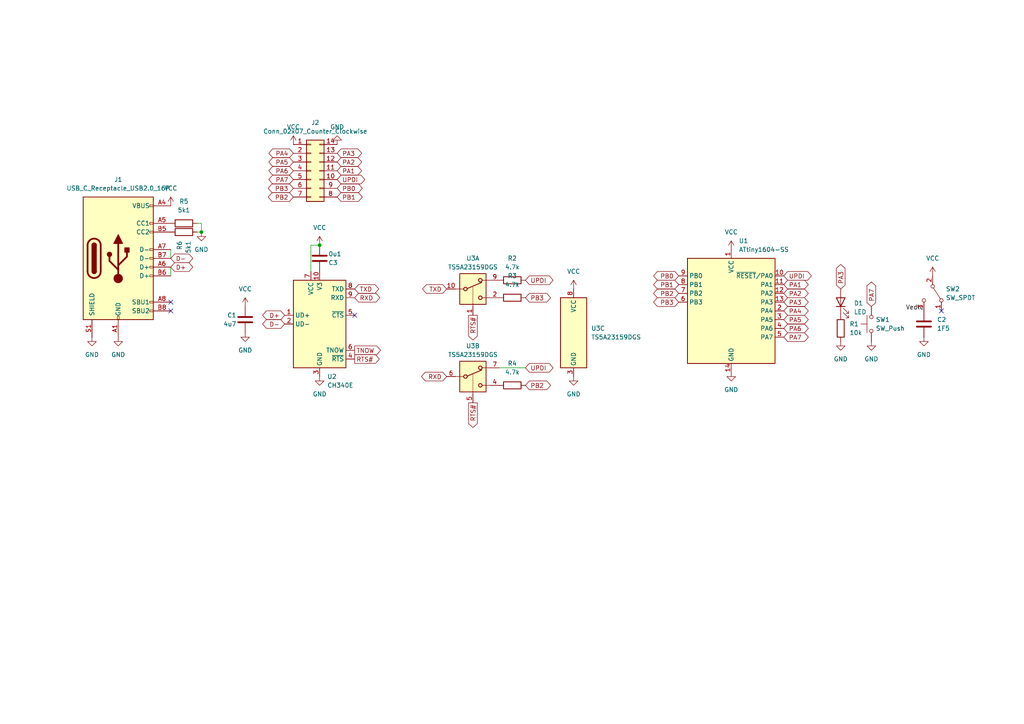
<source format=kicad_sch>
(kicad_sch (version 20231120) (generator "eeschema") (generator_version "8.0")
  (paper "A4")
  (lib_symbols
    (symbol "Analog_Switch:TS5A23159DGS"
      (property "Reference" "U" (at -5.08 8.89 0))
      (property "Value" "TS5A23159DGS" (at -5.08 6.985 0))
      (symbol "TS5A23159DGS_1_1"
        (rectangle (start -3.81 4.445) (end 3.81 -4.445) (stroke (width 0.254)) (fill (type background)))
        (circle (center -2.159 0) (radius 0.508) (stroke (width 0.254)))
        (polyline (pts (xy -5.08 0) (xy -2.794 0)))
        (polyline (pts (xy -1.651 0.127) (xy 2.54 1.905)) (stroke (width 0.254)))
        (polyline (pts (xy 0 -5.08) (xy 0 -4.572)))
        (polyline (pts (xy 0 -4.318) (xy 0 -4.064)))
        (polyline (pts (xy 0 -3.81) (xy 0 -3.556)))
        (polyline (pts (xy 0 -3.302) (xy 0 -3.048)))
        (polyline (pts (xy 0 -2.794) (xy 0 -2.54)))
        (polyline (pts (xy 0 -2.286) (xy 0 -2.032)))
        (polyline (pts (xy 0 -1.778) (xy 0 -1.524)))
        (polyline (pts (xy 0 -1.27) (xy 0 -1.016)))
        (polyline (pts (xy 0 -0.762) (xy 0 -0.508)))
        (polyline (pts (xy 0 -0.254) (xy 0 0)))
        (polyline (pts (xy 0 0.254) (xy 0 0.508)))
        (polyline (pts (xy 5.08 -2.54) (xy 2.794 -2.54)))
        (polyline (pts (xy 5.08 2.54) (xy 2.794 2.54)))
        (circle (center 2.159 -2.54) (radius 0.508) (stroke (width 0.254)))
        (circle (center 2.159 2.54) (radius 0.508) (stroke (width 0.254)))
        (pin input line (at 0 -7.62 90) (length 2.54) (name "~") (number "1"))
        (pin passive line (at -7.62 0 0) (length 2.54) (name "~") (number "10"))
        (pin passive line (at 7.62 -2.54 180) (length 2.54) (name "~") (number "2"))
        (pin passive line (at 7.62 2.54 180) (length 2.54) (name "~") (number "9"))
      )
      (symbol "TS5A23159DGS_2_1"
        (rectangle (start -3.81 4.445) (end 3.81 -4.445) (stroke (width 0.254)) (fill (type background)))
        (circle (center -2.159 0) (radius 0.508) (stroke (width 0.254)))
        (polyline (pts (xy -5.08 0) (xy -2.794 0)))
        (polyline (pts (xy -1.651 0.127) (xy 2.54 1.905)) (stroke (width 0.254)))
        (polyline (pts (xy 0 -5.08) (xy 0 -4.572)))
        (polyline (pts (xy 0 -4.318) (xy 0 -4.064)))
        (polyline (pts (xy 0 -3.81) (xy 0 -3.556)))
        (polyline (pts (xy 0 -3.302) (xy 0 -3.048)))
        (polyline (pts (xy 0 -2.794) (xy 0 -2.54)))
        (polyline (pts (xy 0 -2.286) (xy 0 -2.032)))
        (polyline (pts (xy 0 -1.778) (xy 0 -1.524)))
        (polyline (pts (xy 0 -1.27) (xy 0 -1.016)))
        (polyline (pts (xy 0 -0.762) (xy 0 -0.508)))
        (polyline (pts (xy 0 -0.254) (xy 0 0)))
        (polyline (pts (xy 0 0.254) (xy 0 0.508)))
        (polyline (pts (xy 5.08 -2.54) (xy 2.794 -2.54)))
        (polyline (pts (xy 5.08 2.54) (xy 2.794 2.54)))
        (circle (center 2.159 -2.54) (radius 0.508) (stroke (width 0.254)))
        (circle (center 2.159 2.54) (radius 0.508) (stroke (width 0.254)))
        (pin passive line (at 7.62 -2.54 180) (length 2.54) (name "~") (number "4"))
        (pin input line (at 0 -7.62 90) (length 2.54) (name "~") (number "5"))
        (pin passive line (at -7.62 0 0) (length 2.54) (name "~") (number "6"))
        (pin passive line (at 7.62 2.54 180) (length 2.54) (name "~") (number "7"))
      )
      (symbol "TS5A23159DGS_3_1"
        (rectangle (start -3.81 10.16) (end 3.81 -10.16) (stroke (width 0.254)) (fill (type background)))
        (pin power_in line (at 0 -12.7 90) (length 2.54) (name "GND") (number "3"))
        (pin power_in line (at 0 12.7 270) (length 2.54) (name "VCC") (number "8"))
      )
    )
    (symbol "Connector:USB_C_Receptacle_USB2.0_16P" (pin_names (offset 1.016))
      (property "Reference" "J" (at 0 22.225 0))
      (property "Value" "USB_C_Receptacle_USB2.0_16P" (at 0 19.685 0))
      (symbol "USB_C_Receptacle_USB2.0_16P_0_0"
        (rectangle (start -0.254 -17.78) (end 0.254 -16.764))
        (rectangle (start 10.16 -14.986) (end 9.144 -15.494))
        (rectangle (start 10.16 -12.446) (end 9.144 -12.954))
        (rectangle (start 10.16 -4.826) (end 9.144 -5.334))
        (rectangle (start 10.16 -2.286) (end 9.144 -2.794))
        (rectangle (start 10.16 0.254) (end 9.144 -0.254))
        (rectangle (start 10.16 2.794) (end 9.144 2.286))
        (rectangle (start 10.16 7.874) (end 9.144 7.366))
        (rectangle (start 10.16 10.414) (end 9.144 9.906))
        (rectangle (start 10.16 15.494) (end 9.144 14.986))
      )
      (symbol "USB_C_Receptacle_USB2.0_16P_0_1"
        (rectangle (start -10.16 17.78) (end 10.16 -17.78) (stroke (width 0.254)) (fill (type background)))
        (arc (start -8.89 -3.81) (mid -6.985 -5.7067) (end -5.08 -3.81) (stroke (width 0.508)))
        (arc (start -7.62 -3.81) (mid -6.985 -4.4423) (end -6.35 -3.81) (stroke (width 0.254)))
        (arc (start -7.62 -3.81) (mid -6.985 -4.4423) (end -6.35 -3.81) (stroke (width 0.254)) (fill (type outline)))
        (rectangle (start -7.62 -3.81) (end -6.35 3.81) (stroke (width 0.254)) (fill (type outline)))
        (arc (start -6.35 3.81) (mid -6.985 4.4423) (end -7.62 3.81) (stroke (width 0.254)))
        (arc (start -6.35 3.81) (mid -6.985 4.4423) (end -7.62 3.81) (stroke (width 0.254)) (fill (type outline)))
        (arc (start -5.08 3.81) (mid -6.985 5.7067) (end -8.89 3.81) (stroke (width 0.508)))
        (circle (center -2.54 1.143) (radius 0.635) (stroke (width 0.254)) (fill (type outline)))
        (circle (center 0 -5.842) (radius 1.27) (fill (type outline)))
        (polyline (pts (xy -8.89 -3.81) (xy -8.89 3.81)) (stroke (width 0.508)))
        (polyline (pts (xy -5.08 3.81) (xy -5.08 -3.81)) (stroke (width 0.508)))
        (polyline (pts (xy 0 -5.842) (xy 0 4.318)) (stroke (width 0.508)))
        (polyline (pts (xy 0 -3.302) (xy -2.54 -0.762) (xy -2.54 0.508)) (stroke (width 0.508)))
        (polyline (pts (xy 0 -2.032) (xy 2.54 0.508) (xy 2.54 1.778)) (stroke (width 0.508)))
        (polyline (pts (xy -1.27 4.318) (xy 0 6.858) (xy 1.27 4.318) (xy -1.27 4.318)) (stroke (width 0.254)) (fill (type outline)))
        (rectangle (start 1.905 1.778) (end 3.175 3.048) (stroke (width 0.254)) (fill (type outline)))
      )
      (symbol "USB_C_Receptacle_USB2.0_16P_1_1"
        (pin passive line (at 0 -22.86 90) (length 5.08) (name "GND") (number "A1"))
        (pin passive line (at 0 -22.86 90) (length 5.08) hide (name "GND") (number "A12"))
        (pin passive line (at 15.24 15.24 180) (length 5.08) (name "VBUS") (number "A4"))
        (pin bidirectional line (at 15.24 10.16 180) (length 5.08) (name "CC1") (number "A5"))
        (pin bidirectional line (at 15.24 -2.54 180) (length 5.08) (name "D+") (number "A6"))
        (pin bidirectional line (at 15.24 2.54 180) (length 5.08) (name "D-") (number "A7"))
        (pin bidirectional line (at 15.24 -12.7 180) (length 5.08) (name "SBU1") (number "A8"))
        (pin passive line (at 15.24 15.24 180) (length 5.08) hide (name "VBUS") (number "A9"))
        (pin passive line (at 0 -22.86 90) (length 5.08) hide (name "GND") (number "B1"))
        (pin passive line (at 0 -22.86 90) (length 5.08) hide (name "GND") (number "B12"))
        (pin passive line (at 15.24 15.24 180) (length 5.08) hide (name "VBUS") (number "B4"))
        (pin bidirectional line (at 15.24 7.62 180) (length 5.08) (name "CC2") (number "B5"))
        (pin bidirectional line (at 15.24 -5.08 180) (length 5.08) (name "D+") (number "B6"))
        (pin bidirectional line (at 15.24 0 180) (length 5.08) (name "D-") (number "B7"))
        (pin bidirectional line (at 15.24 -15.24 180) (length 5.08) (name "SBU2") (number "B8"))
        (pin passive line (at 15.24 15.24 180) (length 5.08) hide (name "VBUS") (number "B9"))
        (pin passive line (at -7.62 -22.86 90) (length 5.08) (name "SHIELD") (number "S1"))
      )
    )
    (symbol "Connector_Generic:Conn_02x07_Counter_Clockwise" (pin_names (offset 1.016) hide)
      (property "Reference" "J" (at 1.27 10.16 0))
      (property "Value" "Conn_02x07_Counter_Clockwise" (at 1.27 -10.16 0))
      (symbol "Conn_02x07_Counter_Clockwise_1_1"
        (rectangle (start -1.27 -7.493) (end 0 -7.747) (stroke (width 0.1524)))
        (rectangle (start -1.27 -4.953) (end 0 -5.207) (stroke (width 0.1524)))
        (rectangle (start -1.27 -2.413) (end 0 -2.667) (stroke (width 0.1524)))
        (rectangle (start -1.27 0.127) (end 0 -0.127) (stroke (width 0.1524)))
        (rectangle (start -1.27 2.667) (end 0 2.413) (stroke (width 0.1524)))
        (rectangle (start -1.27 5.207) (end 0 4.953) (stroke (width 0.1524)))
        (rectangle (start -1.27 7.747) (end 0 7.493) (stroke (width 0.1524)))
        (rectangle (start -1.27 8.89) (end 3.81 -8.89) (stroke (width 0.254)) (fill (type background)))
        (rectangle (start 3.81 -7.493) (end 2.54 -7.747) (stroke (width 0.1524)))
        (rectangle (start 3.81 -4.953) (end 2.54 -5.207) (stroke (width 0.1524)))
        (rectangle (start 3.81 -2.413) (end 2.54 -2.667) (stroke (width 0.1524)))
        (rectangle (start 3.81 0.127) (end 2.54 -0.127) (stroke (width 0.1524)))
        (rectangle (start 3.81 2.667) (end 2.54 2.413) (stroke (width 0.1524)))
        (rectangle (start 3.81 5.207) (end 2.54 4.953) (stroke (width 0.1524)))
        (rectangle (start 3.81 7.747) (end 2.54 7.493) (stroke (width 0.1524)))
        (pin passive line (at -5.08 7.62 0) (length 3.81) (name "Pin_1") (number "1"))
        (pin passive line (at 7.62 -2.54 180) (length 3.81) (name "Pin_10") (number "10"))
        (pin passive line (at 7.62 0 180) (length 3.81) (name "Pin_11") (number "11"))
        (pin passive line (at 7.62 2.54 180) (length 3.81) (name "Pin_12") (number "12"))
        (pin passive line (at 7.62 5.08 180) (length 3.81) (name "Pin_13") (number "13"))
        (pin passive line (at 7.62 7.62 180) (length 3.81) (name "Pin_14") (number "14"))
        (pin passive line (at -5.08 5.08 0) (length 3.81) (name "Pin_2") (number "2"))
        (pin passive line (at -5.08 2.54 0) (length 3.81) (name "Pin_3") (number "3"))
        (pin passive line (at -5.08 0 0) (length 3.81) (name "Pin_4") (number "4"))
        (pin passive line (at -5.08 -2.54 0) (length 3.81) (name "Pin_5") (number "5"))
        (pin passive line (at -5.08 -5.08 0) (length 3.81) (name "Pin_6") (number "6"))
        (pin passive line (at -5.08 -7.62 0) (length 3.81) (name "Pin_7") (number "7"))
        (pin passive line (at 7.62 -7.62 180) (length 3.81) (name "Pin_8") (number "8"))
        (pin passive line (at 7.62 -5.08 180) (length 3.81) (name "Pin_9") (number "9"))
      )
    )
    (symbol "Device:C" (pin_numbers hide) (pin_names (offset 0.254))
      (property "Reference" "C" (at 0.635 2.54 0))
      (property "Value" "C" (at 0.635 -2.54 0))
      (symbol "C_0_1"
        (polyline (pts (xy -2.032 -0.762) (xy 2.032 -0.762)) (stroke (width 0.508)))
        (polyline (pts (xy -2.032 0.762) (xy 2.032 0.762)) (stroke (width 0.508)))
      )
      (symbol "C_1_1"
        (pin passive line (at 0 3.81 270) (length 2.794) (name "~") (number "1"))
        (pin passive line (at 0 -3.81 90) (length 2.794) (name "~") (number "2"))
      )
    )
    (symbol "Device:LED" (pin_numbers hide) (pin_names (offset 1.016) hide)
      (property "Reference" "D" (at 0 2.54 0))
      (property "Value" "LED" (at 0 -2.54 0))
      (symbol "LED_0_1"
        (polyline (pts (xy -1.27 -1.27) (xy -1.27 1.27)) (stroke (width 0.254)))
        (polyline (pts (xy -1.27 0) (xy 1.27 0)))
        (polyline (pts (xy 1.27 -1.27) (xy 1.27 1.27) (xy -1.27 0) (xy 1.27 -1.27)) (stroke (width 0.254)))
        (polyline (pts (xy -3.048 -0.762) (xy -4.572 -2.286) (xy -3.81 -2.286) (xy -4.572 -2.286) (xy -4.572 -1.524)))
        (polyline (pts (xy -1.778 -0.762) (xy -3.302 -2.286) (xy -2.54 -2.286) (xy -3.302 -2.286) (xy -3.302 -1.524)))
      )
      (symbol "LED_1_1"
        (pin passive line (at -3.81 0 0) (length 2.54) (name "K") (number "1"))
        (pin passive line (at 3.81 0 180) (length 2.54) (name "A") (number "2"))
      )
    )
    (symbol "Device:R" (pin_numbers hide) (pin_names (offset 0))
      (property "Reference" "R" (at 2.032 0 90))
      (property "Value" "R" (at 0 0 90))
      (symbol "R_0_1"
        (rectangle (start -1.016 -2.54) (end 1.016 2.54) (stroke (width 0.254)))
      )
      (symbol "R_1_1"
        (pin passive line (at 0 3.81 270) (length 1.27) (name "~") (number "1"))
        (pin passive line (at 0 -3.81 90) (length 1.27) (name "~") (number "2"))
      )
    )
    (symbol "GND_1" (power) (pin_numbers hide) (pin_names (offset 0) hide)
      (property "Value" "GND" (at 0 -3.81 0))
      (symbol "GND_1_0_1"
        (polyline (pts (xy 0 0) (xy 0 -1.27) (xy 1.27 -1.27) (xy 0 -2.54) (xy -1.27 -1.27) (xy 0 -1.27)))
      )
      (symbol "GND_1_1_1"
        (pin power_in line (at 0 0 270) (length 0) (name "~") (number "1"))
      )
    )
    (symbol "Interface_USB:CH340E"
      (property "Reference" "U" (at -5.08 13.97 0))
      (property "Value" "CH340E" (at 1.27 13.97 0))
      (symbol "CH340E_0_1"
        (rectangle (start -7.62 12.7) (end 7.62 -12.7) (stroke (width 0.254)) (fill (type background)))
      )
      (symbol "CH340E_1_1"
        (pin bidirectional line (at -10.16 2.54 0) (length 2.54) (name "UD+") (number "1"))
        (pin power_out line (at 0 15.24 270) (length 2.54) (name "V3") (number "10"))
        (pin bidirectional line (at -10.16 0 0) (length 2.54) (name "UD-") (number "2"))
        (pin power_in line (at 0 -15.24 90) (length 2.54) (name "GND") (number "3"))
        (pin output line (at 10.16 -10.16 180) (length 2.54) (name "~{RTS}") (number "4"))
        (pin input line (at 10.16 2.54 180) (length 2.54) (name "~{CTS}") (number "5"))
        (pin output line (at 10.16 -7.62 180) (length 2.54) (name "TNOW") (number "6"))
        (pin power_in line (at -2.54 15.24 270) (length 2.54) (name "VCC") (number "7"))
        (pin output line (at 10.16 10.16 180) (length 2.54) (name "TXD") (number "8"))
        (pin input line (at 10.16 7.62 180) (length 2.54) (name "RXD") (number "9"))
      )
    )
    (symbol "MCU_Microchip_ATtiny:ATtiny1604-SS"
      (property "Reference" "U" (at -12.7 16.51 0))
      (property "Value" "ATtiny1604-SS" (at 2.54 -16.51 0))
      (symbol "ATtiny1604-SS_0_1"
        (rectangle (start -12.7 -15.24) (end 12.7 15.24) (stroke (width 0.254)) (fill (type background)))
      )
      (symbol "ATtiny1604-SS_1_1"
        (pin power_in line (at 0 17.78 270) (length 2.54) (name "VCC") (number "1"))
        (pin bidirectional line (at 15.24 10.16 180) (length 2.54) (name "~{RESET}/PA0") (number "10"))
        (pin bidirectional line (at 15.24 7.62 180) (length 2.54) (name "PA1") (number "11"))
        (pin bidirectional line (at 15.24 5.08 180) (length 2.54) (name "PA2") (number "12"))
        (pin bidirectional line (at 15.24 2.54 180) (length 2.54) (name "PA3") (number "13"))
        (pin power_in line (at 0 -17.78 90) (length 2.54) (name "GND") (number "14"))
        (pin bidirectional line (at 15.24 0 180) (length 2.54) (name "PA4") (number "2"))
        (pin bidirectional line (at 15.24 -2.54 180) (length 2.54) (name "PA5") (number "3"))
        (pin bidirectional line (at 15.24 -5.08 180) (length 2.54) (name "PA6") (number "4"))
        (pin bidirectional line (at 15.24 -7.62 180) (length 2.54) (name "PA7") (number "5"))
        (pin bidirectional line (at -15.24 2.54 0) (length 2.54) (name "PB3") (number "6"))
        (pin bidirectional line (at -15.24 5.08 0) (length 2.54) (name "PB2") (number "7"))
        (pin bidirectional line (at -15.24 7.62 0) (length 2.54) (name "PB1") (number "8"))
        (pin bidirectional line (at -15.24 10.16 0) (length 2.54) (name "PB0") (number "9"))
      )
    )
    (symbol "Switch:SW_Push" (pin_numbers hide) (pin_names (offset 1.016) hide)
      (property "Reference" "SW" (at 1.27 2.54 0))
      (property "Value" "SW_Push" (at 0 -1.524 0))
      (symbol "SW_Push_0_1"
        (circle (center -2.032 0) (radius 0.508))
        (polyline (pts (xy 0 1.27) (xy 0 3.048)))
        (polyline (pts (xy 2.54 1.27) (xy -2.54 1.27)))
        (circle (center 2.032 0) (radius 0.508))
        (pin passive line (at -5.08 0 0) (length 2.54) (name "1") (number "1"))
        (pin passive line (at 5.08 0 180) (length 2.54) (name "2") (number "2"))
      )
    )
    (symbol "Switch:SW_SPDT" (pin_names (offset 0) hide)
      (property "Reference" "SW" (at 0 4.318 0))
      (property "Value" "SW_SPDT" (at 0 -5.08 0))
      (symbol "SW_SPDT_0_0"
        (circle (center -2.032 0) (radius 0.508))
        (circle (center 2.032 -2.54) (radius 0.508))
      )
      (symbol "SW_SPDT_0_1"
        (polyline (pts (xy -1.524 0.254) (xy 1.651 2.286)))
        (circle (center 2.032 2.54) (radius 0.508))
      )
      (symbol "SW_SPDT_1_1"
        (pin passive line (at 5.08 2.54 180) (length 2.54) (name "A") (number "1"))
        (pin passive line (at -5.08 0 0) (length 2.54) (name "B") (number "2"))
        (pin passive line (at 5.08 -2.54 180) (length 2.54) (name "C") (number "3"))
      )
    )
    (symbol "VCC_1" (power) (pin_numbers hide) (pin_names (offset 0) hide)
      (property "Value" "VCC" (at 0 3.556 0))
      (symbol "VCC_1_0_1"
        (polyline (pts (xy -0.762 1.27) (xy 0 2.54)))
        (polyline (pts (xy 0 0) (xy 0 2.54)))
        (polyline (pts (xy 0 2.54) (xy 0.762 1.27)))
      )
      (symbol "VCC_1_1_1"
        (pin power_in line (at 0 0 90) (length 0) (name "~") (number "1"))
      )
    )
    (symbol "power:GND" (power) (pin_names (offset 0))
      (property "Value" "GND" (at 0 -3.81 0))
      (symbol "GND_0_1"
        (polyline (pts (xy 0 0) (xy 0 -1.27) (xy 1.27 -1.27) (xy 0 -2.54) (xy -1.27 -1.27) (xy 0 -1.27)))
      )
      (symbol "GND_1_1"
        (pin power_in line (at 0 0 270) (length 0) hide (name "GND") (number "1"))
      )
    )
    (symbol "power:VCC" (power) (pin_names (offset 0))
      (property "Value" "VCC" (at 0 3.81 0))
      (symbol "VCC_0_1"
        (polyline (pts (xy -0.762 1.27) (xy 0 2.54)))
        (polyline (pts (xy 0 0) (xy 0 2.54)))
        (polyline (pts (xy 0 2.54) (xy 0.762 1.27)))
      )
      (symbol "VCC_1_1"
        (pin power_in line (at 0 0 90) (length 0) hide (name "VCC") (number "1"))
      )
    )
  )
  (junction (at 58.42 67.31))
  (junction (at 92.71 71.12))
  (no_connect (at 49.53 87.63))
  (no_connect (at 273.05 90.17))
  (no_connect (at 102.87 91.44))
  (no_connect (at 49.53 90.17))
  (wire (pts (xy 49.53 72.39) (xy 49.53 74.93)))
  (wire (pts (xy 90.17 71.12) (xy 92.71 71.12)))
  (wire (pts (xy 57.15 64.77) (xy 58.42 64.77)))
  (wire (pts (xy 90.17 78.74) (xy 90.17 71.12)))
  (wire (pts (xy 152.4 106.68) (xy 144.78 106.68)))
  (wire (pts (xy 49.53 77.47) (xy 49.53 80.01)))
  (wire (pts (xy 58.42 64.77) (xy 58.42 67.31)))
  (wire (pts (xy 58.42 67.31) (xy 57.15 67.31)))
  (label "Vedlc" (at 267.97 90.17 180))
  (global_label "PB2" (shape bidirectional) (at 152.4 111.76 0) (property "Intersheetrefs" "${INTERSHEET_REFS}" (effects (hide yes))))
  (global_label "UPDI" (shape bidirectional) (at 97.79 52.07 0) (property "Intersheetrefs" "${INTERSHEET_REFS}" (effects (hide yes))))
  (global_label "RTS#" (shape output) (at 137.16 116.84 270) (property "Intersheetrefs" "${INTERSHEET_REFS}" (effects (hide yes))))
  (global_label "PA3" (shape bidirectional) (at 227.33 87.63 0) (property "Intersheetrefs" "${INTERSHEET_REFS}" (effects (hide yes))))
  (global_label "PB0" (shape bidirectional) (at 196.85 80.01 180) (property "Intersheetrefs" "${INTERSHEET_REFS}" (effects (hide yes))))
  (global_label "TXD" (shape bidirectional) (at 129.54 83.82 180) (property "Intersheetrefs" "${INTERSHEET_REFS}" (effects (hide yes))))
  (global_label "PB1" (shape bidirectional) (at 196.85 82.55 180) (property "Intersheetrefs" "${INTERSHEET_REFS}" (effects (hide yes))))
  (global_label "PB3" (shape bidirectional) (at 85.09 54.61 180) (property "Intersheetrefs" "${INTERSHEET_REFS}" (effects (hide yes))))
  (global_label "PB3" (shape bidirectional) (at 152.4 86.36 0) (property "Intersheetrefs" "${INTERSHEET_REFS}" (effects (hide yes))))
  (global_label "RXD" (shape bidirectional) (at 129.54 109.22 180) (property "Intersheetrefs" "${INTERSHEET_REFS}" (effects (hide yes))))
  (global_label "RTS#" (shape output) (at 102.87 104.14 0) (property "Intersheetrefs" "${INTERSHEET_REFS}" (effects (hide yes))))
  (global_label "D+" (shape bidirectional) (at 49.53 77.47 0) (property "Intersheetrefs" "${INTERSHEET_REFS}" (effects (hide yes))))
  (global_label "D-" (shape bidirectional) (at 49.53 74.93 0) (property "Intersheetrefs" "${INTERSHEET_REFS}" (effects (hide yes))))
  (global_label "PB1" (shape bidirectional) (at 97.79 57.15 0) (property "Intersheetrefs" "${INTERSHEET_REFS}" (effects (hide yes))))
  (global_label "PA5" (shape bidirectional) (at 85.09 46.99 180) (property "Intersheetrefs" "${INTERSHEET_REFS}" (effects (hide yes))))
  (global_label "UPDI" (shape bidirectional) (at 227.33 80.01 0) (property "Intersheetrefs" "${INTERSHEET_REFS}" (effects (hide yes))))
  (global_label "PA1" (shape bidirectional) (at 97.79 49.53 0) (property "Intersheetrefs" "${INTERSHEET_REFS}" (effects (hide yes))))
  (global_label "PA7" (shape bidirectional) (at 252.73 88.9 90) (property "Intersheetrefs" "${INTERSHEET_REFS}" (effects (hide yes))))
  (global_label "PB3" (shape bidirectional) (at 196.85 87.63 180) (property "Intersheetrefs" "${INTERSHEET_REFS}" (effects (hide yes))))
  (global_label "PA7" (shape bidirectional) (at 85.09 52.07 180) (property "Intersheetrefs" "${INTERSHEET_REFS}" (effects (hide yes))))
  (global_label "PB2" (shape bidirectional) (at 196.85 85.09 180) (property "Intersheetrefs" "${INTERSHEET_REFS}" (effects (hide yes))))
  (global_label "PA6" (shape bidirectional) (at 85.09 49.53 180) (property "Intersheetrefs" "${INTERSHEET_REFS}" (effects (hide yes))))
  (global_label "D-" (shape bidirectional) (at 82.55 93.98 180) (property "Intersheetrefs" "${INTERSHEET_REFS}" (effects (hide yes))))
  (global_label "PA3" (shape bidirectional) (at 243.84 83.82 90) (property "Intersheetrefs" "${INTERSHEET_REFS}" (effects (hide yes))))
  (global_label "PA3" (shape bidirectional) (at 97.79 44.45 0) (property "Intersheetrefs" "${INTERSHEET_REFS}" (effects (hide yes))))
  (global_label "PA2" (shape bidirectional) (at 227.33 85.09 0) (property "Intersheetrefs" "${INTERSHEET_REFS}" (effects (hide yes))))
  (global_label "PA4" (shape bidirectional) (at 227.33 90.17 0) (property "Intersheetrefs" "${INTERSHEET_REFS}" (effects (hide yes))))
  (global_label "PA1" (shape bidirectional) (at 227.33 82.55 0) (property "Intersheetrefs" "${INTERSHEET_REFS}" (effects (hide yes))))
  (global_label "UPDI" (shape bidirectional) (at 152.4 81.28 0) (property "Intersheetrefs" "${INTERSHEET_REFS}" (effects (hide yes))))
  (global_label "PA2" (shape bidirectional) (at 97.79 46.99 0) (property "Intersheetrefs" "${INTERSHEET_REFS}" (effects (hide yes))))
  (global_label "PA7" (shape bidirectional) (at 227.33 97.79 0) (property "Intersheetrefs" "${INTERSHEET_REFS}" (effects (hide yes))))
  (global_label "RTS#" (shape output) (at 137.16 91.44 270) (property "Intersheetrefs" "${INTERSHEET_REFS}" (effects (hide yes))))
  (global_label "TNOW" (shape output) (at 102.87 101.6 0) (property "Intersheetrefs" "${INTERSHEET_REFS}" (effects (hide yes))))
  (global_label "PB0" (shape bidirectional) (at 97.79 54.61 0) (property "Intersheetrefs" "${INTERSHEET_REFS}" (effects (hide yes))))
  (global_label "D+" (shape bidirectional) (at 82.55 91.44 180) (property "Intersheetrefs" "${INTERSHEET_REFS}" (effects (hide yes))))
  (global_label "PA6" (shape bidirectional) (at 227.33 95.25 0) (property "Intersheetrefs" "${INTERSHEET_REFS}" (effects (hide yes))))
  (global_label "TXD" (shape bidirectional) (at 102.87 83.82 0) (property "Intersheetrefs" "${INTERSHEET_REFS}" (effects (hide yes))))
  (global_label "UPDI" (shape bidirectional) (at 152.4 106.68 0) (property "Intersheetrefs" "${INTERSHEET_REFS}" (effects (hide yes))))
  (global_label "PB2" (shape bidirectional) (at 85.09 57.15 180) (property "Intersheetrefs" "${INTERSHEET_REFS}" (effects (hide yes))))
  (global_label "PA4" (shape bidirectional) (at 85.09 44.45 180) (property "Intersheetrefs" "${INTERSHEET_REFS}" (effects (hide yes))))
  (global_label "PA5" (shape bidirectional) (at 227.33 92.71 0) (property "Intersheetrefs" "${INTERSHEET_REFS}" (effects (hide yes))))
  (global_label "RXD" (shape bidirectional) (at 102.87 86.36 0) (property "Intersheetrefs" "${INTERSHEET_REFS}" (effects (hide yes))))
  (symbol (lib_name "VCC_1") (lib_id "power:VCC") (at 270.51 80.01 0) (unit 1)
    (property "Reference" "#PWR016" (effects (hide yes)))
    (property "Value" "VCC" (at 270.51 74.93 0))
    (property "Description" "Power symbol creates a global label with name \"VCC\"" (effects (hide yes)))
  )
  (symbol (lib_name "GND_1") (lib_id "power:GND") (at 267.97 97.79 0) (unit 1)
    (property "Reference" "#PWR017" (effects (hide yes)))
    (property "Value" "GND" (at 267.97 102.87 0))
    (property "Description" "Power symbol creates a global label with name \"GND\" , ground" (effects (hide yes)))
  )
  (symbol (lib_id "Device:C") (at 71.12 92.71 0) (unit 1)
    (property "Reference" "C1" (at 68.58 91.44 0) (effects (justify right)))
    (property "Value" "4u7" (at 68.58 93.98 0) (effects (justify right)))
    (property "Footprint" "Capacitor_SMD:C_0603_1608Metric" (effects (hide yes)))
  )
  (symbol (lib_id "power:GND") (at 26.67 97.79 0) (unit 1)
    (property "Reference" "#PWR020" (effects (hide yes)))
    (property "Value" "GND" (at 26.67 102.87 0))
  )
  (symbol (lib_id "power:GND") (at 166.37 109.22 0) (unit 1)
    (property "Reference" "#PWR015" (effects (hide yes)))
    (property "Value" "GND" (at 166.37 114.3 0))
  )
  (symbol (lib_id "Device:R") (at 148.59 111.76 90) (unit 1)
    (property "Reference" "R4" (at 148.59 105.41 90))
    (property "Value" "4.7k" (at 148.59 107.95 90))
    (property "Footprint" "Resistor_SMD:R_0603_1608Metric" (effects (hide yes)))
    (property "Description" "Resistor" (effects (hide yes)))
  )
  (symbol (lib_id "Connector:USB_C_Receptacle_USB2.0_16P") (at 34.29 74.93 0) (unit 1)
    (property "Reference" "J1" (at 34.29 52.07 0))
    (property "Value" "USB_C_Receptacle_USB2.0_16P" (at 34.29 54.61 0))
    (property "Footprint" "Connector_USB:USB_C_Receptacle_GCT_USB4105-xx-A_16P_TopMnt_Horizontal" (effects (hide yes)))
    (property "Datasheet" "https://www.usb.org/sites/default/files/documents/usb_type-c.zip" (effects (hide yes)))
    (property "Description" "USB 2.0-only 16P Type-C Receptacle connector" (effects (hide yes)))
  )
  (symbol (lib_id "power:VCC") (at 92.71 71.12 0) (unit 1)
    (property "Reference" "#PWR08" (effects (hide yes)))
    (property "Value" "VCC" (at 92.71 66.04 0))
  )
  (symbol (lib_id "Analog_Switch:TS5A23159DGS") (at 166.37 96.52 0) (unit 3)
    (property "Reference" "U3" (at 171.45 95.2499 0) (effects (justify left)))
    (property "Value" "TS5A23159DGS" (at 171.45 97.7899 0) (effects (justify left)))
    (property "Footprint" "Package_SO:VSSOP-10_3x3mm_P0.5mm" (effects (hide yes)))
    (property "Datasheet" "http://www.ti.com/lit/ds/symlink/ts5a23159.pdf" (effects (hide yes)))
    (property "Description" "Dual SPDT 1ohm Bidirectional Analog Switch with Off protection, VSSOP-10" (effects (hide yes)))
  )
  (symbol (lib_id "Device:R") (at 148.59 81.28 90) (unit 1)
    (property "Reference" "R2" (at 148.59 74.93 90))
    (property "Value" "4.7k" (at 148.59 77.47 90))
    (property "Footprint" "Resistor_SMD:R_0603_1608Metric" (effects (hide yes)))
    (property "Description" "Resistor" (effects (hide yes)))
  )
  (symbol (lib_id "MCU_Microchip_ATtiny:ATtiny1604-SS") (at 212.09 90.17 0) (unit 1)
    (property "Reference" "U1" (at 214.2841 69.85 0) (effects (justify left)))
    (property "Value" "ATtiny1604-SS" (at 214.2841 72.39 0) (effects (justify left)))
    (property "Footprint" "Package_SO:SOIC-14_3.9x8.7mm_P1.27mm" (effects (hide yes)))
    (property "Datasheet" "http://ww1.microchip.com/downloads/en/DeviceDoc/ATtiny804_1604-Data-Sheet-40002028A.pdf" (effects (hide yes)))
    (property "Description" "20MHz, 16kB Flash, 1kB SRAM, 256B EEPROM, SOIC-14" (effects (hide yes)))
  )
  (symbol (lib_id "Device:R") (at 243.84 95.25 0) (unit 1)
    (property "Reference" "R1" (at 246.38 93.98 0) (effects (justify left)))
    (property "Value" "10k" (at 246.38 96.52 0) (effects (justify left)))
    (property "Footprint" "Resistor_SMD:R_0603_1608Metric" (effects (hide yes)))
  )
  (symbol (lib_id "power:VCC") (at 49.53 59.69 0) (unit 1)
    (property "Reference" "#PWR05" (effects (hide yes)))
    (property "Value" "VCC" (at 49.53 54.61 0))
  )
  (symbol (lib_name "GND_1") (lib_id "power:GND") (at 243.84 99.06 0) (unit 1)
    (property "Reference" "#PWR018" (effects (hide yes)))
    (property "Value" "GND" (at 243.84 104.14 0))
    (property "Description" "Power symbol creates a global label with name \"GND\" , ground" (effects (hide yes)))
  )
  (symbol (lib_id "Device:LED") (at 243.84 87.63 90) (unit 1)
    (property "Reference" "D1" (at 247.65 87.9475 90) (effects (justify right)))
    (property "Value" "LED" (at 247.65 90.4875 90) (effects (justify right)))
    (property "Footprint" "LED_SMD:LED_0603_1608Metric" (effects (hide yes)))
  )
  (symbol (lib_id "Switch:SW_SPDT") (at 270.51 85.09 270) (unit 1)
    (property "Reference" "SW2" (at 274.32 83.8199 90) (effects (justify left)))
    (property "Value" "SW_SPDT" (at 274.32 86.3599 90) (effects (justify left)))
    (property "Footprint" "Library:sw" (effects (hide yes)))
  )
  (symbol (lib_name "GND_1") (lib_id "power:GND") (at 252.73 99.06 0) (unit 1)
    (property "Reference" "#PWR019" (effects (hide yes)))
    (property "Value" "GND" (at 252.73 104.14 0))
    (property "Description" "Power symbol creates a global label with name \"GND\" , ground" (effects (hide yes)))
  )
  (symbol (lib_id "power:VCC") (at 71.12 88.9 0) (unit 1)
    (property "Reference" "#PWR03" (effects (hide yes)))
    (property "Value" "VCC" (at 71.12 83.82 0))
  )
  (symbol (lib_id "power:GND") (at 58.42 67.31 0) (unit 1)
    (property "Reference" "#PWR07" (effects (hide yes)))
    (property "Value" "GND" (at 58.42 72.39 0))
  )
  (symbol (lib_id "power:GND") (at 71.12 96.52 0) (unit 1)
    (property "Reference" "#PWR01" (effects (hide yes)))
    (property "Value" "GND" (at 71.12 101.6 0))
  )
  (symbol (lib_id "Device:C") (at 92.71 74.93 180) (unit 1)
    (property "Reference" "C3" (at 95.25 76.2 0) (effects (justify right)))
    (property "Value" "0u1" (at 95.25 73.66 0) (effects (justify right)))
    (property "Footprint" "Capacitor_SMD:C_0603_1608Metric" (effects (hide yes)))
  )
  (symbol (lib_id "Device:R") (at 148.59 86.36 90) (unit 1)
    (property "Reference" "R3" (at 148.59 80.01 90))
    (property "Value" "4.7k" (at 148.59 82.55 90))
    (property "Footprint" "Resistor_SMD:R_0603_1608Metric" (effects (hide yes)))
    (property "Description" "Resistor" (effects (hide yes)))
  )
  (symbol (lib_id "power:GND") (at 92.71 109.22 0) (unit 1)
    (property "Reference" "#PWR010" (effects (hide yes)))
    (property "Value" "GND" (at 92.71 114.3 0))
  )
  (symbol (lib_id "Interface_USB:CH340E") (at 92.71 93.98 0) (unit 1)
    (property "Reference" "U2" (at 94.9041 109.22 0) (effects (justify left)))
    (property "Value" "CH340E" (at 94.9041 111.76 0) (effects (justify left)))
    (property "Footprint" "Package_SO:MSOP-10_3x3mm_P0.5mm" (effects (hide yes)))
    (property "Datasheet" "https://www.mpja.com/download/35227cpdata.pdf" (effects (hide yes)))
    (property "Description" "USB serial converter, UART, MSOP-10" (effects (hide yes)))
  )
  (symbol (lib_id "Device:C") (at 267.97 93.98 0) (unit 1)
    (property "Reference" "C2" (at 271.78 92.71 0) (effects (justify left)))
    (property "Value" "1F5" (at 271.78 95.25 0) (effects (justify left)))
    (property "Footprint" "Library:edlc" (effects (hide yes)))
  )
  (symbol (lib_id "power:VCC") (at 166.37 83.82 0) (unit 1)
    (property "Reference" "#PWR014" (effects (hide yes)))
    (property "Value" "VCC" (at 166.37 78.74 0))
  )
  (symbol (lib_id "Device:R") (at 53.34 67.31 90) (unit 1)
    (property "Reference" "R6" (at 52.07 69.85 0) (effects (justify right)))
    (property "Value" "5k1" (at 54.61 69.85 0) (effects (justify right)))
    (property "Footprint" "Resistor_SMD:R_0603_1608Metric" (effects (hide yes)))
  )
  (symbol (lib_id "Switch:SW_Push") (at 252.73 93.98 90) (unit 1)
    (property "Reference" "SW1" (at 254 92.71 90) (effects (justify right)))
    (property "Value" "SW_Push" (at 254 95.25 90) (effects (justify right)))
    (property "Footprint" "Library:alps-skrp" (effects (hide yes)))
  )
  (symbol (lib_id "power:GND") (at 212.09 107.95 0) (unit 1)
    (property "Reference" "#PWR012" (effects (hide yes)))
    (property "Value" "GND" (at 212.09 113.03 0))
  )
  (symbol (lib_id "power:GND") (at 97.79 41.91 180) (unit 1)
    (property "Reference" "#PWR04" (effects (hide yes)))
    (property "Value" "GND" (at 97.79 36.83 0))
  )
  (symbol (lib_id "Connector_Generic:Conn_02x07_Counter_Clockwise") (at 90.17 49.53 0) (unit 1)
    (property "Reference" "J2" (at 91.44 35.56 0))
    (property "Value" "Conn_02x07_Counter_Clockwise" (at 91.44 38.1 0))
    (property "Footprint" "Package_DIP:DIP-14_W10.16mm" (effects (hide yes)))
    (property "Description" "Generic connector, double row, 02x07, counter clockwise pin numbering scheme (similar to DIP package numbering), script generated (kicad-library-utils/schlib/autogen/connector/)" (effects (hide yes)))
  )
  (symbol (lib_id "Device:R") (at 53.34 64.77 270) (unit 1)
    (property "Reference" "R5" (at 53.34 58.42 90))
    (property "Value" "5k1" (at 53.34 60.96 90))
    (property "Footprint" "Resistor_SMD:R_0603_1608Metric" (effects (hide yes)))
  )
  (symbol (lib_id "power:GND") (at 34.29 97.79 0) (unit 1)
    (property "Reference" "#PWR06" (effects (hide yes)))
    (property "Value" "GND" (at 34.29 102.87 0))
  )
  (symbol (lib_id "power:VCC") (at 212.09 72.39 0) (unit 1)
    (property "Reference" "#PWR013" (effects (hide yes)))
    (property "Value" "VCC" (at 212.09 67.31 0))
  )
  (symbol (lib_id "power:VCC") (at 85.09 41.91 0) (unit 1)
    (property "Reference" "#PWR02" (effects (hide yes)))
    (property "Value" "VCC" (at 85.09 36.83 0))
  )
  (symbol (lib_id "Analog_Switch:TS5A23159DGS") (at 137.16 109.22 0) (unit 2)
    (property "Reference" "U3" (at 137.16 100.33 0))
    (property "Value" "TS5A23159DGS" (at 137.16 102.87 0))
    (property "Footprint" "Package_SO:VSSOP-10_3x3mm_P0.5mm" (effects (hide yes)))
    (property "Datasheet" "http://www.ti.com/lit/ds/symlink/ts5a23159.pdf" (effects (hide yes)))
    (property "Description" "Dual SPDT 1ohm Bidirectional Analog Switch with Off protection, VSSOP-10" (effects (hide yes)))
  )
  (symbol (lib_id "Analog_Switch:TS5A23159DGS") (at 137.16 83.82 0) (unit 1)
    (property "Reference" "U3" (at 137.16 74.93 0))
    (property "Value" "TS5A23159DGS" (at 137.16 77.47 0))
    (property "Footprint" "Package_SO:VSSOP-10_3x3mm_P0.5mm" (effects (hide yes)))
    (property "Datasheet" "http://www.ti.com/lit/ds/symlink/ts5a23159.pdf" (effects (hide yes)))
    (property "Description" "Dual SPDT 1ohm Bidirectional Analog Switch with Off protection, VSSOP-10" (effects (hide yes)))
  )
)
</source>
